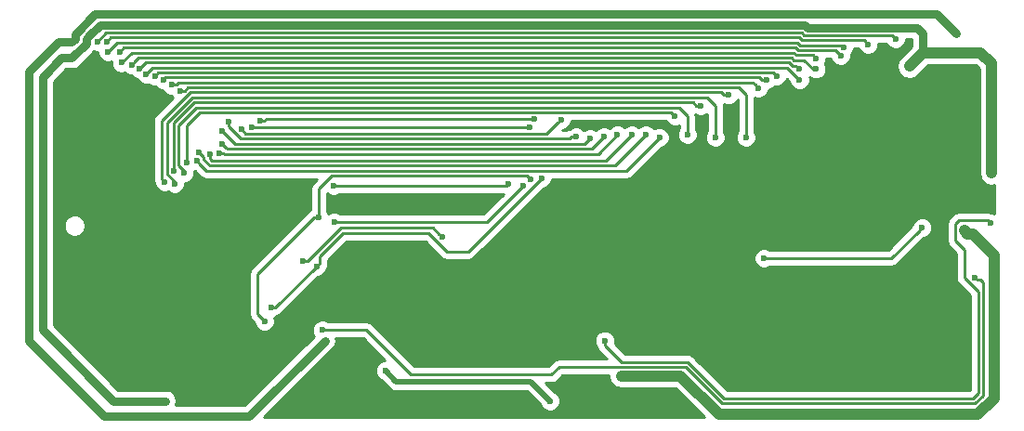
<source format=gbr>
G04 #@! TF.FileFunction,Copper,L2,Bot,Signal*
%FSLAX46Y46*%
G04 Gerber Fmt 4.6, Leading zero omitted, Abs format (unit mm)*
G04 Created by KiCad (PCBNEW 4.1.0-alpha+201608211231+7083~46~ubuntu16.04.1-product) date Thu Aug 25 09:44:43 2016*
%MOMM*%
%LPD*%
G01*
G04 APERTURE LIST*
%ADD10C,0.600000*%
%ADD11C,0.900000*%
%ADD12C,0.600000*%
%ADD13C,1.000000*%
%ADD14C,0.762000*%
%ADD15C,0.254000*%
%ADD16C,0.508000*%
G04 APERTURE END LIST*
D10*
D11*
X121250000Y-78500000D03*
X120000000Y-78500000D03*
X88750000Y-78500000D03*
X87250000Y-78500000D03*
X91500000Y-64750000D03*
X91500000Y-63750000D03*
X134680000Y-70052000D03*
X133537000Y-70052000D03*
X132394000Y-70052000D03*
X94750000Y-59750000D03*
X98500000Y-66000000D03*
X101750000Y-65750000D03*
X144250000Y-54250000D03*
X143002000Y-53750000D03*
X141500000Y-54250000D03*
D12*
X115250000Y-75500000D03*
X146500000Y-62250000D03*
X66500000Y-56447641D03*
X65250000Y-53966229D03*
X72500000Y-76500000D03*
X88250000Y-72250000D03*
X65500000Y-44750000D03*
X145750000Y-44250000D03*
X73750000Y-77750000D03*
X66500000Y-44750000D03*
X149000000Y-57000000D03*
X141500000Y-47250000D03*
X113750000Y-72250000D03*
X148906108Y-61569086D03*
X142670473Y-61955496D03*
X128250000Y-64750000D03*
X108000000Y-57444593D03*
X83378000Y-69250000D03*
X87500000Y-65500000D03*
X104941098Y-58016434D03*
X89025139Y-58111573D03*
X106343550Y-58125616D03*
X89090127Y-61454606D03*
X106986526Y-57527650D03*
X82750000Y-70500000D03*
X87695599Y-61002385D03*
X88009985Y-71292376D03*
X147500000Y-66500000D03*
X98928960Y-62821040D03*
X86250000Y-65000000D03*
X107301431Y-52078474D03*
X82327000Y-52180777D03*
X106924940Y-52784359D03*
X81569966Y-52784362D03*
X109750000Y-52113614D03*
X80627314Y-53000000D03*
X77772631Y-55227369D03*
X116205000Y-53500000D03*
X76790467Y-55127789D03*
X117500000Y-53500000D03*
X76562312Y-55894577D03*
X118750000Y-53750000D03*
X120116471Y-51774183D03*
X75630892Y-56011678D03*
X78607247Y-55217304D03*
X114906754Y-53502766D03*
X78922207Y-54335437D03*
X113665000Y-53651573D03*
X79448947Y-52338542D03*
X111125000Y-53692381D03*
X78906484Y-53187616D03*
X112430392Y-53831236D03*
X70628120Y-47104430D03*
X133000000Y-47500000D03*
X133014238Y-46546149D03*
X69713533Y-46928108D03*
X68499486Y-45922739D03*
X135500000Y-45501030D03*
X135246704Y-46259874D03*
X69533402Y-45955040D03*
X137750000Y-45250000D03*
X68343358Y-45047020D03*
X140250000Y-44750000D03*
X67500000Y-45000000D03*
X71328049Y-47491881D03*
X131445000Y-47510005D03*
X71974849Y-47962697D03*
X131500000Y-48500000D03*
X72752663Y-48149842D03*
X129432489Y-48143105D03*
X128500000Y-48506070D03*
X73517167Y-48506070D03*
X127750000Y-49219268D03*
X74276224Y-48960080D03*
X126615000Y-53750000D03*
X75060479Y-49473438D03*
X73650446Y-57767211D03*
X125000000Y-49877000D03*
X74555992Y-57964608D03*
X123825000Y-53750000D03*
X74485534Y-56789018D03*
X122500000Y-50831010D03*
X75398361Y-56992287D03*
X121285000Y-53500000D03*
X93750000Y-75000000D03*
X108750000Y-77750000D03*
D13*
X149250000Y-64500000D02*
X149250000Y-77500000D01*
X147299999Y-62549999D02*
X149250000Y-64500000D01*
X124161714Y-79000000D02*
X120661714Y-75500000D01*
X146500000Y-62250000D02*
X146799999Y-62549999D01*
X146799999Y-62549999D02*
X147299999Y-62549999D01*
X149250000Y-77500000D02*
X147750000Y-79000000D01*
X147750000Y-79000000D02*
X124161714Y-79000000D01*
X120661714Y-75500000D02*
X115250000Y-75500000D01*
D14*
X65500000Y-44750000D02*
X65200001Y-45049999D01*
X65200001Y-45049999D02*
X63950001Y-45049999D01*
X63950001Y-45049999D02*
X61250000Y-47750000D01*
X81317695Y-79182305D02*
X88250000Y-72250000D01*
X61250000Y-47750000D02*
X61250000Y-72263130D01*
X61250000Y-72263130D02*
X68169175Y-79182305D01*
X68169175Y-79182305D02*
X81317695Y-79182305D01*
X65500000Y-44325736D02*
X65500000Y-44750000D01*
X67308443Y-42517293D02*
X65500000Y-44325736D01*
X144017293Y-42517293D02*
X67308443Y-42517293D01*
X145750000Y-44250000D02*
X144017293Y-42517293D01*
X62500000Y-71250000D02*
X69000000Y-77750000D01*
X69000000Y-77750000D02*
X73750000Y-77750000D01*
X62500000Y-48250000D02*
X62500000Y-71250000D01*
X64250000Y-46500000D02*
X62500000Y-48250000D01*
X65174264Y-46500000D02*
X64250000Y-46500000D01*
X66500000Y-44750000D02*
X66500000Y-45174264D01*
X66500000Y-45174264D02*
X65174264Y-46500000D01*
X142750000Y-46000000D02*
X142750000Y-44250000D01*
X66799999Y-44450001D02*
X66500000Y-44750000D01*
X67770697Y-43479303D02*
X66799999Y-44450001D01*
X142212010Y-43712010D02*
X132207762Y-43712008D01*
X132207762Y-43712008D02*
X131975057Y-43479303D01*
X142750000Y-44250000D02*
X142212010Y-43712010D01*
X131975057Y-43479303D02*
X67770697Y-43479303D01*
D13*
X149000000Y-47000000D02*
X149000000Y-57000000D01*
X148000000Y-46000000D02*
X149000000Y-47000000D01*
X142750000Y-46000000D02*
X148000000Y-46000000D01*
X141500000Y-47250000D02*
X142750000Y-46000000D01*
D15*
X145980913Y-61269087D02*
X148606109Y-61269087D01*
X124616741Y-77545990D02*
X147311944Y-77545990D01*
X113750000Y-72250000D02*
X113750000Y-72674264D01*
X113750000Y-72674264D02*
X115294715Y-74218979D01*
X115294715Y-74218979D02*
X120826350Y-74218979D01*
X147311944Y-77545990D02*
X147795990Y-77061944D01*
X120826350Y-74218979D02*
X120827776Y-74217553D01*
X120827776Y-74217553D02*
X121288305Y-74217553D01*
X121288305Y-74217553D02*
X121554258Y-74483507D01*
X146500000Y-66500000D02*
X146500000Y-64000000D01*
X121554258Y-74483507D02*
X124616741Y-77545990D01*
X147795990Y-67795990D02*
X146500000Y-66500000D01*
X147795990Y-77061944D02*
X147795990Y-67795990D01*
X146500000Y-64000000D02*
X145672991Y-63172991D01*
X145672991Y-61577009D02*
X145980913Y-61269087D01*
X148606109Y-61269087D02*
X148906108Y-61569086D01*
X145672991Y-63172991D02*
X145672991Y-61577009D01*
X142370474Y-62255495D02*
X142670473Y-61955496D01*
X128250000Y-64750000D02*
X139875969Y-64750000D01*
X139875969Y-64750000D02*
X142370474Y-62255495D01*
X97700529Y-62479336D02*
X99348194Y-64127001D01*
X99348194Y-64127001D02*
X101317592Y-64127001D01*
X87500000Y-65500000D02*
X87799999Y-65200001D01*
X87799999Y-65200001D02*
X87799999Y-64592067D01*
X87799999Y-64592067D02*
X89912730Y-62479336D01*
X89912730Y-62479336D02*
X97700529Y-62479336D01*
X101317592Y-64127001D02*
X108000000Y-57444593D01*
X87500000Y-65500000D02*
X83750000Y-69250000D01*
X83750000Y-69250000D02*
X83378000Y-69250000D01*
X89025139Y-58111573D02*
X104845959Y-58111573D01*
X104845959Y-58111573D02*
X104941098Y-58016434D01*
X89090127Y-61454606D02*
X103014560Y-61454606D01*
X106043551Y-58425615D02*
X106343550Y-58125616D01*
X103014560Y-61454606D02*
X106043551Y-58425615D01*
X88871144Y-57227651D02*
X106686527Y-57227651D01*
X87695599Y-58403196D02*
X88871144Y-57227651D01*
X87695599Y-61002385D02*
X87695599Y-58403196D01*
X106686527Y-57227651D02*
X106986526Y-57527650D01*
X87695599Y-61002385D02*
X87271335Y-61002385D01*
X87271335Y-61002385D02*
X82122999Y-66150721D01*
X82122999Y-66150721D02*
X82122999Y-69872999D01*
X82122999Y-69872999D02*
X82750000Y-70500000D01*
X88009985Y-71292376D02*
X92042376Y-71292376D01*
X148250000Y-66973543D02*
X147966409Y-66689952D01*
X92042376Y-71292376D02*
X96109544Y-75359544D01*
X109577011Y-74672989D02*
X121014407Y-74672989D01*
X121014407Y-74672989D02*
X121015833Y-74671563D01*
X96109544Y-75359544D02*
X108890456Y-75359544D01*
X108890456Y-75359544D02*
X109577011Y-74672989D01*
X121015833Y-74671563D02*
X121100248Y-74671563D01*
X121100248Y-74671563D02*
X124428685Y-78000000D01*
X124428685Y-78000000D02*
X147500000Y-78000000D01*
X147500000Y-78000000D02*
X148250000Y-77250000D01*
X147966409Y-66689952D02*
X147689952Y-66689952D01*
X148250000Y-77250000D02*
X148250000Y-66973543D01*
X147689952Y-66689952D02*
X147500000Y-66500000D01*
X86250000Y-65000000D02*
X86674264Y-65000000D01*
X98068919Y-61960999D02*
X98628961Y-62521041D01*
X86674264Y-65000000D02*
X89713265Y-61960999D01*
X98628961Y-62521041D02*
X98928960Y-62821040D01*
X89713265Y-61960999D02*
X98068919Y-61960999D01*
X82751264Y-52180777D02*
X82853567Y-52078474D01*
X82327000Y-52180777D02*
X82751264Y-52180777D01*
X82853567Y-52078474D02*
X107301431Y-52078474D01*
X106430433Y-52854602D02*
X106500676Y-52784359D01*
X106500676Y-52784359D02*
X106924940Y-52784359D01*
X82064470Y-52854602D02*
X106430433Y-52854602D01*
X81994230Y-52784362D02*
X82064470Y-52854602D01*
X81569966Y-52784362D02*
X81994230Y-52784362D01*
X109450001Y-52413613D02*
X109750000Y-52113614D01*
X81038683Y-53411369D02*
X108452245Y-53411369D01*
X80627314Y-53000000D02*
X81038683Y-53411369D01*
X108452245Y-53411369D02*
X109450001Y-52413613D01*
X77772631Y-55651633D02*
X77772631Y-55227369D01*
X77772631Y-55696895D02*
X77772631Y-55651633D01*
X116205000Y-53500000D02*
X113850586Y-55854414D01*
X113850586Y-55854414D02*
X77930150Y-55854414D01*
X77930150Y-55854414D02*
X77772631Y-55696895D01*
X114691576Y-56308424D02*
X77742093Y-56308424D01*
X117500000Y-53500000D02*
X114691576Y-56308424D01*
X77184535Y-55750866D02*
X77184535Y-55521857D01*
X77742093Y-56308424D02*
X77184535Y-55750866D01*
X77090466Y-55427788D02*
X76790467Y-55127789D01*
X77184535Y-55521857D02*
X77090466Y-55427788D01*
X118750000Y-53750000D02*
X115737566Y-56762434D01*
X77430169Y-56762434D02*
X76862311Y-56194576D01*
X76862311Y-56194576D02*
X76562312Y-55894577D01*
X115737566Y-56762434D02*
X77430169Y-56762434D01*
X119816472Y-51474184D02*
X120116471Y-51774183D01*
X76864567Y-51451473D02*
X119793761Y-51451473D01*
X75630892Y-52685148D02*
X76864567Y-51451473D01*
X119793761Y-51451473D02*
X119816472Y-51474184D01*
X75630892Y-56011678D02*
X75630892Y-52685148D01*
X114906754Y-53502766D02*
X113182107Y-55227413D01*
X79031511Y-55217304D02*
X78607247Y-55217304D01*
X79041620Y-55227413D02*
X79031511Y-55217304D01*
X113182107Y-55227413D02*
X79041620Y-55227413D01*
X79222206Y-54635436D02*
X78922207Y-54335437D01*
X79360172Y-54773402D02*
X79222206Y-54635436D01*
X113665000Y-53651573D02*
X112543171Y-54773402D01*
X112543171Y-54773402D02*
X79360172Y-54773402D01*
X80551521Y-53865380D02*
X79448947Y-52762806D01*
X110527737Y-53865380D02*
X80551521Y-53865380D01*
X111125000Y-53692381D02*
X110700736Y-53692381D01*
X79448947Y-52762806D02*
X79448947Y-52338542D01*
X110700736Y-53692381D02*
X110527737Y-53865380D01*
X79206483Y-53487615D02*
X78906484Y-53187616D01*
X80038259Y-54319391D02*
X79206483Y-53487615D01*
X112430392Y-53831236D02*
X111942237Y-54319391D01*
X111942237Y-54319391D02*
X80038259Y-54319391D01*
X133000000Y-47500000D02*
X132711466Y-47500000D01*
X132711466Y-47500000D02*
X131907710Y-46696244D01*
X131907710Y-46696244D02*
X130980380Y-46696244D01*
X70928119Y-46804431D02*
X70628120Y-47104430D01*
X130980380Y-46696244D02*
X130741499Y-46457363D01*
X130741499Y-46457363D02*
X71275187Y-46457363D01*
X71275187Y-46457363D02*
X70928119Y-46804431D01*
X70638288Y-46003353D02*
X130929557Y-46003353D01*
X131164087Y-46237883D02*
X132705972Y-46237883D01*
X69713533Y-46928108D02*
X70638288Y-46003353D01*
X132714239Y-46246150D02*
X133014238Y-46546149D01*
X132705972Y-46237883D02*
X132714239Y-46246150D01*
X130929557Y-46003353D02*
X131164087Y-46237883D01*
X131305673Y-45095333D02*
X69326892Y-45095333D01*
X68799485Y-45622740D02*
X68499486Y-45922739D01*
X69326892Y-45095333D02*
X68799485Y-45622740D01*
X131538379Y-45328039D02*
X131305673Y-45095333D01*
X135500000Y-45501030D02*
X135327010Y-45328040D01*
X135327010Y-45328040D02*
X131538379Y-45328039D01*
X134768880Y-45782050D02*
X134946705Y-45959875D01*
X69533402Y-45955040D02*
X69939099Y-45549343D01*
X131117615Y-45549343D02*
X131350322Y-45782050D01*
X69939099Y-45549343D02*
X131117615Y-45549343D01*
X134946705Y-45959875D02*
X135246704Y-46259874D01*
X131350322Y-45782050D02*
X134768880Y-45782050D01*
X131493731Y-44641323D02*
X131726437Y-44874029D01*
X131726437Y-44874029D02*
X137374029Y-44874029D01*
X137374029Y-44874029D02*
X137450001Y-44950001D01*
X68749055Y-44641323D02*
X131493731Y-44641323D01*
X137450001Y-44950001D02*
X137750000Y-45250000D01*
X68343358Y-45047020D02*
X68749055Y-44641323D01*
X131914494Y-44420018D02*
X139920020Y-44420020D01*
X68312687Y-44187313D02*
X131681789Y-44187313D01*
X139920020Y-44420020D02*
X139950001Y-44450001D01*
X67500000Y-45000000D02*
X68312687Y-44187313D01*
X139950001Y-44450001D02*
X140250000Y-44750000D01*
X131681789Y-44187313D02*
X131914494Y-44420018D01*
X130852074Y-47210006D02*
X130553441Y-46911373D01*
X130553441Y-46911373D02*
X71908557Y-46911373D01*
X131145001Y-47210006D02*
X130852074Y-47210006D01*
X71628048Y-47191882D02*
X71328049Y-47491881D01*
X131445000Y-47510005D02*
X131145001Y-47210006D01*
X71908557Y-46911373D02*
X71628048Y-47191882D01*
X72572163Y-47365383D02*
X72274848Y-47662698D01*
X72274848Y-47662698D02*
X71974849Y-47962697D01*
X130365383Y-47365383D02*
X72572163Y-47365383D01*
X131500000Y-48500000D02*
X130365383Y-47365383D01*
X73083112Y-47819393D02*
X73052662Y-47849843D01*
X73052662Y-47849843D02*
X72752663Y-48149842D01*
X129108777Y-47819393D02*
X73083112Y-47819393D01*
X129432489Y-48143105D02*
X129108777Y-47819393D01*
X73517167Y-48506070D02*
X73749835Y-48273402D01*
X73749835Y-48273402D02*
X127843068Y-48273402D01*
X128075736Y-48506070D02*
X128500000Y-48506070D01*
X127843068Y-48273402D02*
X128075736Y-48506070D01*
X74276224Y-48960080D02*
X74700488Y-48960080D01*
X74700488Y-48960080D02*
X74933155Y-48727413D01*
X74933155Y-48727413D02*
X127258145Y-48727413D01*
X127450001Y-48919269D02*
X127750000Y-49219268D01*
X127258145Y-48727413D02*
X127450001Y-48919269D01*
X125931423Y-49181423D02*
X126615000Y-49865000D01*
X126615000Y-49865000D02*
X126615000Y-53325736D01*
X75776758Y-49181423D02*
X125931423Y-49181423D01*
X75484743Y-49473438D02*
X75776758Y-49181423D01*
X75060479Y-49473438D02*
X75484743Y-49473438D01*
X126615000Y-53325736D02*
X126615000Y-53750000D01*
X124334169Y-49635433D02*
X75972499Y-49635433D01*
X75972499Y-49635433D02*
X73350447Y-52257485D01*
X73350447Y-52257485D02*
X73350447Y-57467212D01*
X124575736Y-49877000D02*
X124334169Y-49635433D01*
X125000000Y-49877000D02*
X124575736Y-49877000D01*
X73350447Y-57467212D02*
X73650446Y-57767211D01*
X123825000Y-50825000D02*
X123089443Y-50089443D01*
X73858524Y-57088545D02*
X74555992Y-57786013D01*
X123089443Y-50089443D02*
X76160557Y-50089443D01*
X73858524Y-52391476D02*
X73858524Y-57088545D01*
X74555992Y-57786013D02*
X74555992Y-57964608D01*
X76160557Y-50089443D02*
X73858524Y-52391476D01*
X123825000Y-53750000D02*
X123825000Y-50825000D01*
X76348613Y-50543453D02*
X74464236Y-52427830D01*
X74464236Y-56767720D02*
X74485534Y-56789018D01*
X74464236Y-52427830D02*
X74464236Y-56767720D01*
X122075736Y-50831010D02*
X121788178Y-50543452D01*
X121788178Y-50543452D02*
X76348613Y-50543453D01*
X122500000Y-50831010D02*
X122075736Y-50831010D01*
X121285000Y-53500000D02*
X121285000Y-51785000D01*
X120497463Y-50997463D02*
X76536671Y-50997463D01*
X74918246Y-52615888D02*
X74918246Y-56304853D01*
X121285000Y-51785000D02*
X120497463Y-50997463D01*
X74918246Y-56304853D02*
X75398361Y-56784968D01*
X75398361Y-56784968D02*
X75398361Y-56992287D01*
X76536671Y-50997463D02*
X74918246Y-52615888D01*
D16*
X108750000Y-77750000D02*
X107001439Y-76001439D01*
X107001439Y-76001439D02*
X94751439Y-76001439D01*
X94751439Y-76001439D02*
X93750000Y-75000000D01*
D15*
G36*
X93737358Y-74064988D02*
X93564833Y-74064838D01*
X93221057Y-74206883D01*
X92957808Y-74469673D01*
X92815162Y-74813201D01*
X92814838Y-75185167D01*
X92956883Y-75528943D01*
X93219673Y-75792192D01*
X93331313Y-75838549D01*
X94122821Y-76630057D01*
X94411234Y-76822769D01*
X94751439Y-76890439D01*
X106633203Y-76890439D01*
X107911238Y-78168474D01*
X107956883Y-78278943D01*
X108219673Y-78542192D01*
X108563201Y-78684838D01*
X108935167Y-78685162D01*
X109278943Y-78543117D01*
X109542192Y-78280327D01*
X109684838Y-77936799D01*
X109685162Y-77564833D01*
X109543117Y-77221057D01*
X109280327Y-76957808D01*
X109168687Y-76911451D01*
X108378780Y-76121544D01*
X108890456Y-76121544D01*
X109182061Y-76063540D01*
X109429271Y-75898359D01*
X109892642Y-75434989D01*
X114127932Y-75434989D01*
X114115000Y-75500000D01*
X114201397Y-75934346D01*
X114447434Y-76302566D01*
X114815654Y-76548603D01*
X115250000Y-76635000D01*
X120191582Y-76635000D01*
X122794581Y-79238000D01*
X82698840Y-79238000D01*
X88968421Y-72968420D01*
X89188662Y-72638807D01*
X89265999Y-72250000D01*
X89227088Y-72054376D01*
X91726746Y-72054376D01*
X93737358Y-74064988D01*
X93737358Y-74064988D01*
G37*
X93737358Y-74064988D02*
X93564833Y-74064838D01*
X93221057Y-74206883D01*
X92957808Y-74469673D01*
X92815162Y-74813201D01*
X92814838Y-75185167D01*
X92956883Y-75528943D01*
X93219673Y-75792192D01*
X93331313Y-75838549D01*
X94122821Y-76630057D01*
X94411234Y-76822769D01*
X94751439Y-76890439D01*
X106633203Y-76890439D01*
X107911238Y-78168474D01*
X107956883Y-78278943D01*
X108219673Y-78542192D01*
X108563201Y-78684838D01*
X108935167Y-78685162D01*
X109278943Y-78543117D01*
X109542192Y-78280327D01*
X109684838Y-77936799D01*
X109685162Y-77564833D01*
X109543117Y-77221057D01*
X109280327Y-76957808D01*
X109168687Y-76911451D01*
X108378780Y-76121544D01*
X108890456Y-76121544D01*
X109182061Y-76063540D01*
X109429271Y-75898359D01*
X109892642Y-75434989D01*
X114127932Y-75434989D01*
X114115000Y-75500000D01*
X114201397Y-75934346D01*
X114447434Y-76302566D01*
X114815654Y-76548603D01*
X115250000Y-76635000D01*
X120191582Y-76635000D01*
X122794581Y-79238000D01*
X82698840Y-79238000D01*
X88968421Y-72968420D01*
X89188662Y-72638807D01*
X89265999Y-72250000D01*
X89227088Y-72054376D01*
X91726746Y-72054376D01*
X93737358Y-74064988D01*
G36*
X141734000Y-45410868D02*
X140697434Y-46447434D01*
X140451397Y-46815655D01*
X140365000Y-47250000D01*
X140451397Y-47684345D01*
X140697434Y-48052566D01*
X141065655Y-48298603D01*
X141500000Y-48385000D01*
X141934345Y-48298603D01*
X142302566Y-48052566D01*
X143220132Y-47135000D01*
X147529868Y-47135000D01*
X147865000Y-47470133D01*
X147865000Y-57000000D01*
X147951397Y-57434346D01*
X148197434Y-57802566D01*
X148565654Y-58048603D01*
X149000000Y-58135000D01*
X149238000Y-58087659D01*
X149238000Y-60694496D01*
X149092907Y-60634248D01*
X149001095Y-60634168D01*
X148897714Y-60565091D01*
X148606109Y-60507087D01*
X145980913Y-60507087D01*
X145689308Y-60565091D01*
X145442097Y-60730272D01*
X145134176Y-61038194D01*
X144968995Y-61285404D01*
X144910991Y-61577009D01*
X144910991Y-63172991D01*
X144968995Y-63464596D01*
X145058536Y-63598603D01*
X145134176Y-63711806D01*
X145738000Y-64315631D01*
X145738000Y-66500000D01*
X145796004Y-66791605D01*
X145957961Y-67033990D01*
X145961185Y-67038815D01*
X147033990Y-68111621D01*
X147033990Y-76746313D01*
X146996314Y-76783990D01*
X124932371Y-76783990D01*
X122093073Y-73944692D01*
X121827121Y-73678739D01*
X121827119Y-73678737D01*
X121745092Y-73623928D01*
X121579911Y-73513557D01*
X121521907Y-73502019D01*
X121288305Y-73455553D01*
X120827776Y-73455553D01*
X120820607Y-73456979D01*
X115610345Y-73456979D01*
X114657060Y-72503694D01*
X114684838Y-72436799D01*
X114685162Y-72064833D01*
X114543117Y-71721057D01*
X114280327Y-71457808D01*
X113936799Y-71315162D01*
X113564833Y-71314838D01*
X113221057Y-71456883D01*
X112957808Y-71719673D01*
X112815162Y-72063201D01*
X112814838Y-72435167D01*
X112956883Y-72778943D01*
X113021747Y-72843920D01*
X113046004Y-72965869D01*
X113047709Y-72968420D01*
X113211185Y-73213079D01*
X113909095Y-73910989D01*
X109577011Y-73910989D01*
X109292575Y-73967567D01*
X109285406Y-73968993D01*
X109038195Y-74134174D01*
X108574826Y-74597544D01*
X96425174Y-74597544D01*
X92581191Y-70753561D01*
X92478832Y-70685167D01*
X92333981Y-70588380D01*
X92042376Y-70530376D01*
X88570451Y-70530376D01*
X88540312Y-70500184D01*
X88196784Y-70357538D01*
X87824818Y-70357214D01*
X87481042Y-70499259D01*
X87217793Y-70762049D01*
X87075147Y-71105577D01*
X87074823Y-71477543D01*
X87216868Y-71821319D01*
X87229343Y-71833816D01*
X80896855Y-78166305D01*
X74670288Y-78166305D01*
X74688662Y-78138806D01*
X74766000Y-77750000D01*
X74688662Y-77361194D01*
X74468420Y-77031580D01*
X74138806Y-76811338D01*
X73750000Y-76734000D01*
X69420841Y-76734000D01*
X63516000Y-70829160D01*
X63516000Y-61977069D01*
X64449830Y-61977069D01*
X64599471Y-62339229D01*
X64876314Y-62616555D01*
X65238212Y-62766828D01*
X65630069Y-62767170D01*
X65992229Y-62617529D01*
X66269555Y-62340686D01*
X66419828Y-61978788D01*
X66420170Y-61586931D01*
X66270529Y-61224771D01*
X65993686Y-60947445D01*
X65631788Y-60797172D01*
X65239931Y-60796830D01*
X64877771Y-60946471D01*
X64600445Y-61223314D01*
X64450172Y-61585212D01*
X64449830Y-61977069D01*
X63516000Y-61977069D01*
X63516000Y-48670840D01*
X64670841Y-47516000D01*
X65174264Y-47516000D01*
X65505125Y-47450188D01*
X65563071Y-47438662D01*
X65892684Y-47218420D01*
X67216444Y-45894661D01*
X67313201Y-45934838D01*
X67564475Y-45935057D01*
X67564324Y-46107906D01*
X67706369Y-46451682D01*
X67969159Y-46714931D01*
X68312687Y-46857577D01*
X68684653Y-46857901D01*
X68778627Y-46819072D01*
X68778371Y-47113275D01*
X68920416Y-47457051D01*
X69183206Y-47720300D01*
X69526734Y-47862946D01*
X69898700Y-47863270D01*
X70016082Y-47814769D01*
X70097793Y-47896622D01*
X70441321Y-48039268D01*
X70553441Y-48039366D01*
X70797722Y-48284073D01*
X71141250Y-48426719D01*
X71154912Y-48426731D01*
X71181732Y-48491640D01*
X71444522Y-48754889D01*
X71788050Y-48897535D01*
X72160016Y-48897859D01*
X72172917Y-48892529D01*
X72222336Y-48942034D01*
X72565864Y-49084680D01*
X72773811Y-49084861D01*
X72986840Y-49298262D01*
X73330368Y-49440908D01*
X73463274Y-49441024D01*
X73483107Y-49489023D01*
X73745897Y-49752272D01*
X74089425Y-49894918D01*
X74223007Y-49895034D01*
X74267362Y-50002381D01*
X74397528Y-50132774D01*
X72811632Y-51718670D01*
X72646451Y-51965880D01*
X72588447Y-52257485D01*
X72588447Y-57467212D01*
X72646451Y-57758817D01*
X72715363Y-57861950D01*
X72715284Y-57952378D01*
X72857329Y-58296154D01*
X73120119Y-58559403D01*
X73463647Y-58702049D01*
X73835613Y-58702373D01*
X73931700Y-58662671D01*
X74025665Y-58756800D01*
X74369193Y-58899446D01*
X74741159Y-58899770D01*
X75084935Y-58757725D01*
X75348184Y-58494935D01*
X75490830Y-58151407D01*
X75491025Y-57927368D01*
X75583528Y-57927449D01*
X75927304Y-57785404D01*
X76190553Y-57522614D01*
X76333199Y-57179086D01*
X76333519Y-56811977D01*
X76375513Y-56829415D01*
X76419558Y-56829453D01*
X76891353Y-57301249D01*
X77071501Y-57421620D01*
X77138564Y-57466430D01*
X77430169Y-57524434D01*
X87496731Y-57524434D01*
X87156784Y-57864381D01*
X86991603Y-58111591D01*
X86933599Y-58403196D01*
X86933599Y-60329212D01*
X86732520Y-60463569D01*
X81584184Y-65611906D01*
X81419003Y-65859116D01*
X81360999Y-66150721D01*
X81360999Y-69872999D01*
X81419003Y-70164604D01*
X81465373Y-70234001D01*
X81584184Y-70411814D01*
X81814875Y-70642506D01*
X81814838Y-70685167D01*
X81956883Y-71028943D01*
X82219673Y-71292192D01*
X82563201Y-71434838D01*
X82935167Y-71435162D01*
X83278943Y-71293117D01*
X83542192Y-71030327D01*
X83684838Y-70686799D01*
X83685162Y-70314833D01*
X83621606Y-70161016D01*
X83906943Y-70043117D01*
X83984926Y-69965270D01*
X84041605Y-69953996D01*
X84288815Y-69788815D01*
X87642505Y-66435125D01*
X87685167Y-66435162D01*
X88028943Y-66293117D01*
X88292192Y-66030327D01*
X88434838Y-65686799D01*
X88434918Y-65594987D01*
X88455063Y-65564838D01*
X88503995Y-65491606D01*
X88561999Y-65200001D01*
X88561999Y-64935167D01*
X127314838Y-64935167D01*
X127456883Y-65278943D01*
X127719673Y-65542192D01*
X128063201Y-65684838D01*
X128435167Y-65685162D01*
X128778943Y-65543117D01*
X128810114Y-65512000D01*
X139875969Y-65512000D01*
X140167574Y-65453996D01*
X140414784Y-65288815D01*
X142812979Y-62890621D01*
X142855640Y-62890658D01*
X143199416Y-62748613D01*
X143462665Y-62485823D01*
X143605311Y-62142295D01*
X143605635Y-61770329D01*
X143463590Y-61426553D01*
X143200800Y-61163304D01*
X142857272Y-61020658D01*
X142485306Y-61020334D01*
X142141530Y-61162379D01*
X141878281Y-61425169D01*
X141735635Y-61768697D01*
X141735597Y-61812741D01*
X139560339Y-63988000D01*
X128810466Y-63988000D01*
X128780327Y-63957808D01*
X128436799Y-63815162D01*
X128064833Y-63814838D01*
X127721057Y-63956883D01*
X127457808Y-64219673D01*
X127315162Y-64563201D01*
X127314838Y-64935167D01*
X88561999Y-64935167D01*
X88561999Y-64907697D01*
X90228360Y-63241336D01*
X97384899Y-63241336D01*
X98809378Y-64665816D01*
X99004218Y-64796004D01*
X99056589Y-64830997D01*
X99348194Y-64889001D01*
X101317592Y-64889001D01*
X101609197Y-64830997D01*
X101856407Y-64665816D01*
X108142505Y-58379718D01*
X108185167Y-58379755D01*
X108528943Y-58237710D01*
X108792192Y-57974920D01*
X108934838Y-57631392D01*
X108934931Y-57524434D01*
X115737566Y-57524434D01*
X116029171Y-57466430D01*
X116276381Y-57301249D01*
X118892505Y-54685125D01*
X118935167Y-54685162D01*
X119278943Y-54543117D01*
X119542192Y-54280327D01*
X119684838Y-53936799D01*
X119685162Y-53564833D01*
X119543117Y-53221057D01*
X119280327Y-52957808D01*
X118936799Y-52815162D01*
X118564833Y-52814838D01*
X118262057Y-52939942D01*
X118030327Y-52707808D01*
X117686799Y-52565162D01*
X117314833Y-52564838D01*
X116971057Y-52706883D01*
X116852524Y-52825210D01*
X116735327Y-52707808D01*
X116391799Y-52565162D01*
X116019833Y-52564838D01*
X115676057Y-52706883D01*
X115554515Y-52828213D01*
X115437081Y-52710574D01*
X115093553Y-52567928D01*
X114721587Y-52567604D01*
X114377811Y-52709649D01*
X114211544Y-52875626D01*
X114195327Y-52859381D01*
X113851799Y-52716735D01*
X113479833Y-52716411D01*
X113136057Y-52858456D01*
X112956789Y-53037412D01*
X112617191Y-52896398D01*
X112245225Y-52896074D01*
X111901449Y-53038119D01*
X111847138Y-53092335D01*
X111655327Y-52900189D01*
X111311799Y-52757543D01*
X110939833Y-52757219D01*
X110596057Y-52899264D01*
X110531081Y-52964127D01*
X110409132Y-52988384D01*
X110237028Y-53103380D01*
X109837864Y-53103380D01*
X109892505Y-53048739D01*
X109935167Y-53048776D01*
X110278943Y-52906731D01*
X110542192Y-52643941D01*
X110684838Y-52300413D01*
X110684914Y-52213473D01*
X119286310Y-52213473D01*
X119323354Y-52303126D01*
X119586144Y-52566375D01*
X119929672Y-52709021D01*
X120301638Y-52709345D01*
X120523000Y-52617880D01*
X120523000Y-52939534D01*
X120492808Y-52969673D01*
X120350162Y-53313201D01*
X120349838Y-53685167D01*
X120491883Y-54028943D01*
X120754673Y-54292192D01*
X121098201Y-54434838D01*
X121470167Y-54435162D01*
X121813943Y-54293117D01*
X122077192Y-54030327D01*
X122219838Y-53686799D01*
X122220162Y-53314833D01*
X122078117Y-52971057D01*
X122047000Y-52939886D01*
X122047000Y-51785000D01*
X122043190Y-51765848D01*
X122018881Y-51643635D01*
X122313201Y-51765848D01*
X122685167Y-51766172D01*
X123028943Y-51624127D01*
X123063000Y-51590129D01*
X123063000Y-53189534D01*
X123032808Y-53219673D01*
X122890162Y-53563201D01*
X122889838Y-53935167D01*
X123031883Y-54278943D01*
X123294673Y-54542192D01*
X123638201Y-54684838D01*
X124010167Y-54685162D01*
X124353943Y-54543117D01*
X124617192Y-54280327D01*
X124759838Y-53936799D01*
X124760162Y-53564833D01*
X124618117Y-53221057D01*
X124587000Y-53189886D01*
X124587000Y-50825000D01*
X124563781Y-50708269D01*
X124813201Y-50811838D01*
X125185167Y-50812162D01*
X125528943Y-50670117D01*
X125792192Y-50407327D01*
X125853000Y-50260886D01*
X125853000Y-53189534D01*
X125822808Y-53219673D01*
X125680162Y-53563201D01*
X125679838Y-53935167D01*
X125821883Y-54278943D01*
X126084673Y-54542192D01*
X126428201Y-54684838D01*
X126800167Y-54685162D01*
X127143943Y-54543117D01*
X127407192Y-54280327D01*
X127549838Y-53936799D01*
X127550162Y-53564833D01*
X127408117Y-53221057D01*
X127377000Y-53189886D01*
X127377000Y-50076788D01*
X127563201Y-50154106D01*
X127935167Y-50154430D01*
X128278943Y-50012385D01*
X128542192Y-49749595D01*
X128670242Y-49441219D01*
X128685167Y-49441232D01*
X129028943Y-49299187D01*
X129250569Y-49077947D01*
X129617656Y-49078267D01*
X129961432Y-48936222D01*
X130224681Y-48673432D01*
X130333570Y-48411200D01*
X130564875Y-48642506D01*
X130564838Y-48685167D01*
X130706883Y-49028943D01*
X130969673Y-49292192D01*
X131313201Y-49434838D01*
X131685167Y-49435162D01*
X132028943Y-49293117D01*
X132292192Y-49030327D01*
X132434838Y-48686799D01*
X132435162Y-48314833D01*
X132394827Y-48217216D01*
X132469673Y-48292192D01*
X132813201Y-48434838D01*
X133185167Y-48435162D01*
X133528943Y-48293117D01*
X133792192Y-48030327D01*
X133934838Y-47686799D01*
X133935162Y-47314833D01*
X133821590Y-47039967D01*
X133949076Y-46732948D01*
X133949241Y-46544050D01*
X134352452Y-46544050D01*
X134453587Y-46788817D01*
X134716377Y-47052066D01*
X135059905Y-47194712D01*
X135431871Y-47195036D01*
X135775647Y-47052991D01*
X136038896Y-46790201D01*
X136181542Y-46446673D01*
X136181808Y-46141549D01*
X136292192Y-46031357D01*
X136434838Y-45687829D01*
X136434883Y-45636029D01*
X136897832Y-45636029D01*
X136956883Y-45778943D01*
X137219673Y-46042192D01*
X137563201Y-46184838D01*
X137935167Y-46185162D01*
X138278943Y-46043117D01*
X138542192Y-45780327D01*
X138684838Y-45436799D01*
X138685060Y-45182020D01*
X139416835Y-45182020D01*
X139456883Y-45278943D01*
X139719673Y-45542192D01*
X140063201Y-45684838D01*
X140435167Y-45685162D01*
X140778943Y-45543117D01*
X141042192Y-45280327D01*
X141184838Y-44936799D01*
X141185020Y-44728010D01*
X141734000Y-44728010D01*
X141734000Y-45410868D01*
X141734000Y-45410868D01*
G37*
X141734000Y-45410868D02*
X140697434Y-46447434D01*
X140451397Y-46815655D01*
X140365000Y-47250000D01*
X140451397Y-47684345D01*
X140697434Y-48052566D01*
X141065655Y-48298603D01*
X141500000Y-48385000D01*
X141934345Y-48298603D01*
X142302566Y-48052566D01*
X143220132Y-47135000D01*
X147529868Y-47135000D01*
X147865000Y-47470133D01*
X147865000Y-57000000D01*
X147951397Y-57434346D01*
X148197434Y-57802566D01*
X148565654Y-58048603D01*
X149000000Y-58135000D01*
X149238000Y-58087659D01*
X149238000Y-60694496D01*
X149092907Y-60634248D01*
X149001095Y-60634168D01*
X148897714Y-60565091D01*
X148606109Y-60507087D01*
X145980913Y-60507087D01*
X145689308Y-60565091D01*
X145442097Y-60730272D01*
X145134176Y-61038194D01*
X144968995Y-61285404D01*
X144910991Y-61577009D01*
X144910991Y-63172991D01*
X144968995Y-63464596D01*
X145058536Y-63598603D01*
X145134176Y-63711806D01*
X145738000Y-64315631D01*
X145738000Y-66500000D01*
X145796004Y-66791605D01*
X145957961Y-67033990D01*
X145961185Y-67038815D01*
X147033990Y-68111621D01*
X147033990Y-76746313D01*
X146996314Y-76783990D01*
X124932371Y-76783990D01*
X122093073Y-73944692D01*
X121827121Y-73678739D01*
X121827119Y-73678737D01*
X121745092Y-73623928D01*
X121579911Y-73513557D01*
X121521907Y-73502019D01*
X121288305Y-73455553D01*
X120827776Y-73455553D01*
X120820607Y-73456979D01*
X115610345Y-73456979D01*
X114657060Y-72503694D01*
X114684838Y-72436799D01*
X114685162Y-72064833D01*
X114543117Y-71721057D01*
X114280327Y-71457808D01*
X113936799Y-71315162D01*
X113564833Y-71314838D01*
X113221057Y-71456883D01*
X112957808Y-71719673D01*
X112815162Y-72063201D01*
X112814838Y-72435167D01*
X112956883Y-72778943D01*
X113021747Y-72843920D01*
X113046004Y-72965869D01*
X113047709Y-72968420D01*
X113211185Y-73213079D01*
X113909095Y-73910989D01*
X109577011Y-73910989D01*
X109292575Y-73967567D01*
X109285406Y-73968993D01*
X109038195Y-74134174D01*
X108574826Y-74597544D01*
X96425174Y-74597544D01*
X92581191Y-70753561D01*
X92478832Y-70685167D01*
X92333981Y-70588380D01*
X92042376Y-70530376D01*
X88570451Y-70530376D01*
X88540312Y-70500184D01*
X88196784Y-70357538D01*
X87824818Y-70357214D01*
X87481042Y-70499259D01*
X87217793Y-70762049D01*
X87075147Y-71105577D01*
X87074823Y-71477543D01*
X87216868Y-71821319D01*
X87229343Y-71833816D01*
X80896855Y-78166305D01*
X74670288Y-78166305D01*
X74688662Y-78138806D01*
X74766000Y-77750000D01*
X74688662Y-77361194D01*
X74468420Y-77031580D01*
X74138806Y-76811338D01*
X73750000Y-76734000D01*
X69420841Y-76734000D01*
X63516000Y-70829160D01*
X63516000Y-61977069D01*
X64449830Y-61977069D01*
X64599471Y-62339229D01*
X64876314Y-62616555D01*
X65238212Y-62766828D01*
X65630069Y-62767170D01*
X65992229Y-62617529D01*
X66269555Y-62340686D01*
X66419828Y-61978788D01*
X66420170Y-61586931D01*
X66270529Y-61224771D01*
X65993686Y-60947445D01*
X65631788Y-60797172D01*
X65239931Y-60796830D01*
X64877771Y-60946471D01*
X64600445Y-61223314D01*
X64450172Y-61585212D01*
X64449830Y-61977069D01*
X63516000Y-61977069D01*
X63516000Y-48670840D01*
X64670841Y-47516000D01*
X65174264Y-47516000D01*
X65505125Y-47450188D01*
X65563071Y-47438662D01*
X65892684Y-47218420D01*
X67216444Y-45894661D01*
X67313201Y-45934838D01*
X67564475Y-45935057D01*
X67564324Y-46107906D01*
X67706369Y-46451682D01*
X67969159Y-46714931D01*
X68312687Y-46857577D01*
X68684653Y-46857901D01*
X68778627Y-46819072D01*
X68778371Y-47113275D01*
X68920416Y-47457051D01*
X69183206Y-47720300D01*
X69526734Y-47862946D01*
X69898700Y-47863270D01*
X70016082Y-47814769D01*
X70097793Y-47896622D01*
X70441321Y-48039268D01*
X70553441Y-48039366D01*
X70797722Y-48284073D01*
X71141250Y-48426719D01*
X71154912Y-48426731D01*
X71181732Y-48491640D01*
X71444522Y-48754889D01*
X71788050Y-48897535D01*
X72160016Y-48897859D01*
X72172917Y-48892529D01*
X72222336Y-48942034D01*
X72565864Y-49084680D01*
X72773811Y-49084861D01*
X72986840Y-49298262D01*
X73330368Y-49440908D01*
X73463274Y-49441024D01*
X73483107Y-49489023D01*
X73745897Y-49752272D01*
X74089425Y-49894918D01*
X74223007Y-49895034D01*
X74267362Y-50002381D01*
X74397528Y-50132774D01*
X72811632Y-51718670D01*
X72646451Y-51965880D01*
X72588447Y-52257485D01*
X72588447Y-57467212D01*
X72646451Y-57758817D01*
X72715363Y-57861950D01*
X72715284Y-57952378D01*
X72857329Y-58296154D01*
X73120119Y-58559403D01*
X73463647Y-58702049D01*
X73835613Y-58702373D01*
X73931700Y-58662671D01*
X74025665Y-58756800D01*
X74369193Y-58899446D01*
X74741159Y-58899770D01*
X75084935Y-58757725D01*
X75348184Y-58494935D01*
X75490830Y-58151407D01*
X75491025Y-57927368D01*
X75583528Y-57927449D01*
X75927304Y-57785404D01*
X76190553Y-57522614D01*
X76333199Y-57179086D01*
X76333519Y-56811977D01*
X76375513Y-56829415D01*
X76419558Y-56829453D01*
X76891353Y-57301249D01*
X77071501Y-57421620D01*
X77138564Y-57466430D01*
X77430169Y-57524434D01*
X87496731Y-57524434D01*
X87156784Y-57864381D01*
X86991603Y-58111591D01*
X86933599Y-58403196D01*
X86933599Y-60329212D01*
X86732520Y-60463569D01*
X81584184Y-65611906D01*
X81419003Y-65859116D01*
X81360999Y-66150721D01*
X81360999Y-69872999D01*
X81419003Y-70164604D01*
X81465373Y-70234001D01*
X81584184Y-70411814D01*
X81814875Y-70642506D01*
X81814838Y-70685167D01*
X81956883Y-71028943D01*
X82219673Y-71292192D01*
X82563201Y-71434838D01*
X82935167Y-71435162D01*
X83278943Y-71293117D01*
X83542192Y-71030327D01*
X83684838Y-70686799D01*
X83685162Y-70314833D01*
X83621606Y-70161016D01*
X83906943Y-70043117D01*
X83984926Y-69965270D01*
X84041605Y-69953996D01*
X84288815Y-69788815D01*
X87642505Y-66435125D01*
X87685167Y-66435162D01*
X88028943Y-66293117D01*
X88292192Y-66030327D01*
X88434838Y-65686799D01*
X88434918Y-65594987D01*
X88455063Y-65564838D01*
X88503995Y-65491606D01*
X88561999Y-65200001D01*
X88561999Y-64935167D01*
X127314838Y-64935167D01*
X127456883Y-65278943D01*
X127719673Y-65542192D01*
X128063201Y-65684838D01*
X128435167Y-65685162D01*
X128778943Y-65543117D01*
X128810114Y-65512000D01*
X139875969Y-65512000D01*
X140167574Y-65453996D01*
X140414784Y-65288815D01*
X142812979Y-62890621D01*
X142855640Y-62890658D01*
X143199416Y-62748613D01*
X143462665Y-62485823D01*
X143605311Y-62142295D01*
X143605635Y-61770329D01*
X143463590Y-61426553D01*
X143200800Y-61163304D01*
X142857272Y-61020658D01*
X142485306Y-61020334D01*
X142141530Y-61162379D01*
X141878281Y-61425169D01*
X141735635Y-61768697D01*
X141735597Y-61812741D01*
X139560339Y-63988000D01*
X128810466Y-63988000D01*
X128780327Y-63957808D01*
X128436799Y-63815162D01*
X128064833Y-63814838D01*
X127721057Y-63956883D01*
X127457808Y-64219673D01*
X127315162Y-64563201D01*
X127314838Y-64935167D01*
X88561999Y-64935167D01*
X88561999Y-64907697D01*
X90228360Y-63241336D01*
X97384899Y-63241336D01*
X98809378Y-64665816D01*
X99004218Y-64796004D01*
X99056589Y-64830997D01*
X99348194Y-64889001D01*
X101317592Y-64889001D01*
X101609197Y-64830997D01*
X101856407Y-64665816D01*
X108142505Y-58379718D01*
X108185167Y-58379755D01*
X108528943Y-58237710D01*
X108792192Y-57974920D01*
X108934838Y-57631392D01*
X108934931Y-57524434D01*
X115737566Y-57524434D01*
X116029171Y-57466430D01*
X116276381Y-57301249D01*
X118892505Y-54685125D01*
X118935167Y-54685162D01*
X119278943Y-54543117D01*
X119542192Y-54280327D01*
X119684838Y-53936799D01*
X119685162Y-53564833D01*
X119543117Y-53221057D01*
X119280327Y-52957808D01*
X118936799Y-52815162D01*
X118564833Y-52814838D01*
X118262057Y-52939942D01*
X118030327Y-52707808D01*
X117686799Y-52565162D01*
X117314833Y-52564838D01*
X116971057Y-52706883D01*
X116852524Y-52825210D01*
X116735327Y-52707808D01*
X116391799Y-52565162D01*
X116019833Y-52564838D01*
X115676057Y-52706883D01*
X115554515Y-52828213D01*
X115437081Y-52710574D01*
X115093553Y-52567928D01*
X114721587Y-52567604D01*
X114377811Y-52709649D01*
X114211544Y-52875626D01*
X114195327Y-52859381D01*
X113851799Y-52716735D01*
X113479833Y-52716411D01*
X113136057Y-52858456D01*
X112956789Y-53037412D01*
X112617191Y-52896398D01*
X112245225Y-52896074D01*
X111901449Y-53038119D01*
X111847138Y-53092335D01*
X111655327Y-52900189D01*
X111311799Y-52757543D01*
X110939833Y-52757219D01*
X110596057Y-52899264D01*
X110531081Y-52964127D01*
X110409132Y-52988384D01*
X110237028Y-53103380D01*
X109837864Y-53103380D01*
X109892505Y-53048739D01*
X109935167Y-53048776D01*
X110278943Y-52906731D01*
X110542192Y-52643941D01*
X110684838Y-52300413D01*
X110684914Y-52213473D01*
X119286310Y-52213473D01*
X119323354Y-52303126D01*
X119586144Y-52566375D01*
X119929672Y-52709021D01*
X120301638Y-52709345D01*
X120523000Y-52617880D01*
X120523000Y-52939534D01*
X120492808Y-52969673D01*
X120350162Y-53313201D01*
X120349838Y-53685167D01*
X120491883Y-54028943D01*
X120754673Y-54292192D01*
X121098201Y-54434838D01*
X121470167Y-54435162D01*
X121813943Y-54293117D01*
X122077192Y-54030327D01*
X122219838Y-53686799D01*
X122220162Y-53314833D01*
X122078117Y-52971057D01*
X122047000Y-52939886D01*
X122047000Y-51785000D01*
X122043190Y-51765848D01*
X122018881Y-51643635D01*
X122313201Y-51765848D01*
X122685167Y-51766172D01*
X123028943Y-51624127D01*
X123063000Y-51590129D01*
X123063000Y-53189534D01*
X123032808Y-53219673D01*
X122890162Y-53563201D01*
X122889838Y-53935167D01*
X123031883Y-54278943D01*
X123294673Y-54542192D01*
X123638201Y-54684838D01*
X124010167Y-54685162D01*
X124353943Y-54543117D01*
X124617192Y-54280327D01*
X124759838Y-53936799D01*
X124760162Y-53564833D01*
X124618117Y-53221057D01*
X124587000Y-53189886D01*
X124587000Y-50825000D01*
X124563781Y-50708269D01*
X124813201Y-50811838D01*
X125185167Y-50812162D01*
X125528943Y-50670117D01*
X125792192Y-50407327D01*
X125853000Y-50260886D01*
X125853000Y-53189534D01*
X125822808Y-53219673D01*
X125680162Y-53563201D01*
X125679838Y-53935167D01*
X125821883Y-54278943D01*
X126084673Y-54542192D01*
X126428201Y-54684838D01*
X126800167Y-54685162D01*
X127143943Y-54543117D01*
X127407192Y-54280327D01*
X127549838Y-53936799D01*
X127550162Y-53564833D01*
X127408117Y-53221057D01*
X127377000Y-53189886D01*
X127377000Y-50076788D01*
X127563201Y-50154106D01*
X127935167Y-50154430D01*
X128278943Y-50012385D01*
X128542192Y-49749595D01*
X128670242Y-49441219D01*
X128685167Y-49441232D01*
X129028943Y-49299187D01*
X129250569Y-49077947D01*
X129617656Y-49078267D01*
X129961432Y-48936222D01*
X130224681Y-48673432D01*
X130333570Y-48411200D01*
X130564875Y-48642506D01*
X130564838Y-48685167D01*
X130706883Y-49028943D01*
X130969673Y-49292192D01*
X131313201Y-49434838D01*
X131685167Y-49435162D01*
X132028943Y-49293117D01*
X132292192Y-49030327D01*
X132434838Y-48686799D01*
X132435162Y-48314833D01*
X132394827Y-48217216D01*
X132469673Y-48292192D01*
X132813201Y-48434838D01*
X133185167Y-48435162D01*
X133528943Y-48293117D01*
X133792192Y-48030327D01*
X133934838Y-47686799D01*
X133935162Y-47314833D01*
X133821590Y-47039967D01*
X133949076Y-46732948D01*
X133949241Y-46544050D01*
X134352452Y-46544050D01*
X134453587Y-46788817D01*
X134716377Y-47052066D01*
X135059905Y-47194712D01*
X135431871Y-47195036D01*
X135775647Y-47052991D01*
X136038896Y-46790201D01*
X136181542Y-46446673D01*
X136181808Y-46141549D01*
X136292192Y-46031357D01*
X136434838Y-45687829D01*
X136434883Y-45636029D01*
X136897832Y-45636029D01*
X136956883Y-45778943D01*
X137219673Y-46042192D01*
X137563201Y-46184838D01*
X137935167Y-46185162D01*
X138278943Y-46043117D01*
X138542192Y-45780327D01*
X138684838Y-45436799D01*
X138685060Y-45182020D01*
X139416835Y-45182020D01*
X139456883Y-45278943D01*
X139719673Y-45542192D01*
X140063201Y-45684838D01*
X140435167Y-45685162D01*
X140778943Y-45543117D01*
X141042192Y-45280327D01*
X141184838Y-44936799D01*
X141185020Y-44728010D01*
X141734000Y-44728010D01*
X141734000Y-45410868D01*
G36*
X88494812Y-58903765D02*
X88838340Y-59046411D01*
X89210306Y-59046735D01*
X89554082Y-58904690D01*
X89585253Y-58873573D01*
X104517963Y-58873573D01*
X102698930Y-60692606D01*
X89650593Y-60692606D01*
X89620454Y-60662414D01*
X89276926Y-60519768D01*
X88904960Y-60519444D01*
X88565652Y-60659643D01*
X88488716Y-60473442D01*
X88457599Y-60442271D01*
X88457599Y-58866487D01*
X88494812Y-58903765D01*
X88494812Y-58903765D01*
G37*
X88494812Y-58903765D02*
X88838340Y-59046411D01*
X89210306Y-59046735D01*
X89554082Y-58904690D01*
X89585253Y-58873573D01*
X104517963Y-58873573D01*
X102698930Y-60692606D01*
X89650593Y-60692606D01*
X89620454Y-60662414D01*
X89276926Y-60519768D01*
X88904960Y-60519444D01*
X88565652Y-60659643D01*
X88488716Y-60473442D01*
X88457599Y-60442271D01*
X88457599Y-58866487D01*
X88494812Y-58903765D01*
M02*

</source>
